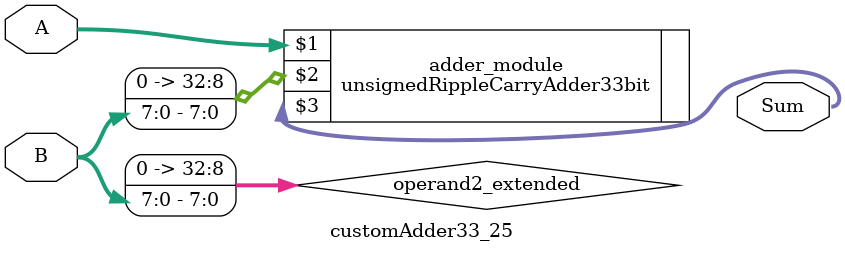
<source format=v>
module customAdder33_25(
                        input [32 : 0] A,
                        input [7 : 0] B,
                        
                        output [33 : 0] Sum
                );

        wire [32 : 0] operand2_extended;
        
        assign operand2_extended =  {25'b0, B};
        
        unsignedRippleCarryAdder33bit adder_module(
            A,
            operand2_extended,
            Sum
        );
        
        endmodule
        
</source>
